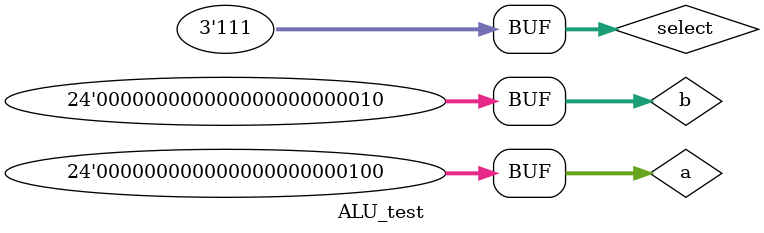
<source format=v>
`timescale 1ns / 1ps


module ALU_test;

	// Inputs
	reg [23:0] a;
	reg [23:0] b;
	reg [2:0] select;

	// Outputs
	wire [23:0] c;

	// Instantiate the Unit Under Test (UUT)
	ALU uut (
		.a(a), 
		.b(b), 
		.select(select), 
		.c(c)
	);

   initial begin
        // Initialize Inputs
        a = 4;
        b = 2;
        select = 0;
        #100;
		  
		  a = 4;
        b = 2;
        select = 1;
        #100;
		  
        a = 4;
        b = 2;
        select = 2;
        #100;
		  
		  a = 4;
        b = 2;
        select = 3;
        #100;
		  
		  a = 4;
        b = 2;
        select = 4;
        #100;
		  
        a = 4;
        b = 2;
        select = 5;
        #100;
		  
        a = 4;
        b = 2;
        select = 6;
        #100;
		  
        a = 4;
        b = 2;
        select = 7;
        #100;
		  

    end

endmodule


</source>
